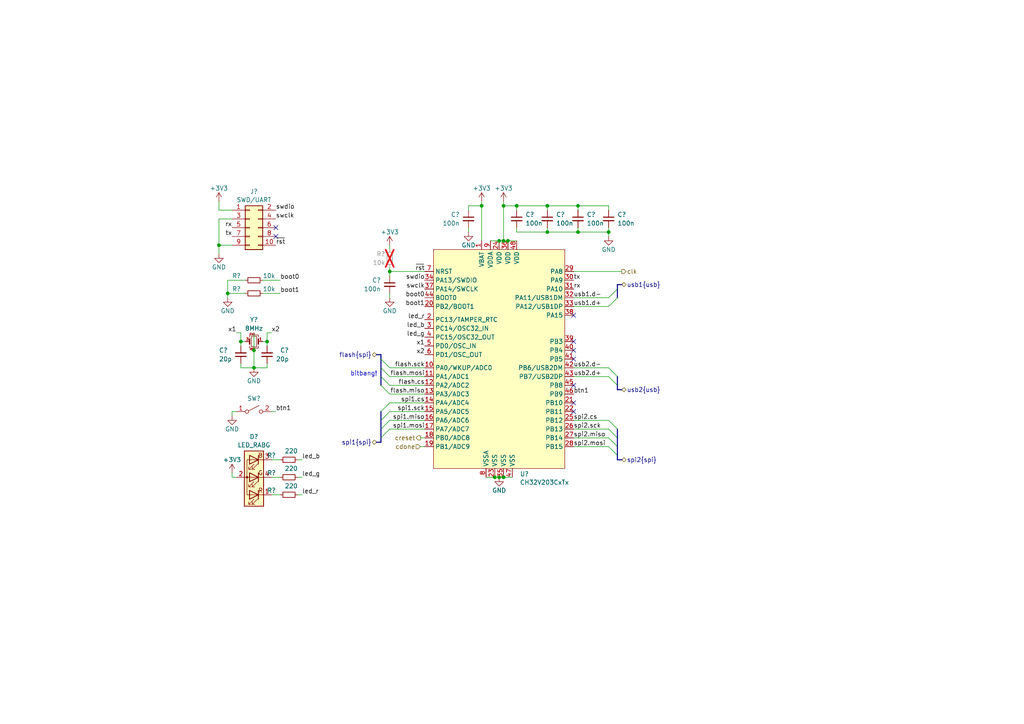
<source format=kicad_sch>
(kicad_sch (version 20230121) (generator eeschema)
  (paper "A4")
  (lib_symbols
    (symbol "Connector_Generic:Conn_02x05_Odd_Even" (pin_names (offset 1.016) hide)
      (property "Reference" "J" (at 1.27 7.62 0))
      (property "Value" "Conn_02x05_Odd_Even" (at 1.27 -7.62 0))
      (symbol "Conn_02x05_Odd_Even_1_1"
        (rectangle (start -1.27 -4.953) (end 0 -5.207) (stroke (width 0.1524)))
        (rectangle (start -1.27 -2.413) (end 0 -2.667) (stroke (width 0.1524)))
        (rectangle (start -1.27 0.127) (end 0 -0.127) (stroke (width 0.1524)))
        (rectangle (start -1.27 2.667) (end 0 2.413) (stroke (width 0.1524)))
        (rectangle (start -1.27 5.207) (end 0 4.953) (stroke (width 0.1524)))
        (rectangle (start -1.27 6.35) (end 3.81 -6.35) (stroke (width 0.254)) (fill (type background)))
        (rectangle (start 3.81 -4.953) (end 2.54 -5.207) (stroke (width 0.1524)))
        (rectangle (start 3.81 -2.413) (end 2.54 -2.667) (stroke (width 0.1524)))
        (rectangle (start 3.81 0.127) (end 2.54 -0.127) (stroke (width 0.1524)))
        (rectangle (start 3.81 2.667) (end 2.54 2.413) (stroke (width 0.1524)))
        (rectangle (start 3.81 5.207) (end 2.54 4.953) (stroke (width 0.1524)))
        (pin passive line (at -5.08 5.08 0) (length 3.81) (name "Pin_1") (number "1"))
        (pin passive line (at 7.62 -5.08 180) (length 3.81) (name "Pin_10") (number "10"))
        (pin passive line (at 7.62 5.08 180) (length 3.81) (name "Pin_2") (number "2"))
        (pin passive line (at -5.08 2.54 0) (length 3.81) (name "Pin_3") (number "3"))
        (pin passive line (at 7.62 2.54 180) (length 3.81) (name "Pin_4") (number "4"))
        (pin passive line (at -5.08 0 0) (length 3.81) (name "Pin_5") (number "5"))
        (pin passive line (at 7.62 0 180) (length 3.81) (name "Pin_6") (number "6"))
        (pin passive line (at -5.08 -2.54 0) (length 3.81) (name "Pin_7") (number "7"))
        (pin passive line (at 7.62 -2.54 180) (length 3.81) (name "Pin_8") (number "8"))
        (pin passive line (at -5.08 -5.08 0) (length 3.81) (name "Pin_9") (number "9"))
      )
    )
    (symbol "Device:C_Small" (pin_numbers hide) (pin_names (offset 0.254) hide)
      (property "Reference" "C" (at 0.254 1.778 0))
      (property "Value" "C_Small" (at 0.254 -2.032 0))
      (symbol "C_Small_0_1"
        (polyline (pts (xy -1.524 -0.508) (xy 1.524 -0.508)) (stroke (width 0.3302)))
        (polyline (pts (xy -1.524 0.508) (xy 1.524 0.508)) (stroke (width 0.3048)))
      )
      (symbol "C_Small_1_1"
        (pin passive line (at 0 2.54 270) (length 2.032) (name "~") (number "1"))
        (pin passive line (at 0 -2.54 90) (length 2.032) (name "~") (number "2"))
      )
    )
    (symbol "Device:Crystal_GND24_Small" (pin_names (offset 1.016) hide)
      (property "Reference" "Y" (at 1.27 4.445 0))
      (property "Value" "Crystal_GND24_Small" (at 1.27 2.54 0))
      (symbol "Crystal_GND24_Small_0_1"
        (rectangle (start -0.762 -1.524) (end 0.762 1.524))
        (polyline (pts (xy -1.27 -0.762) (xy -1.27 0.762)) (stroke (width 0.381)))
        (polyline (pts (xy 1.27 -0.762) (xy 1.27 0.762)) (stroke (width 0.381)))
        (polyline (pts (xy -1.27 -1.27) (xy -1.27 -1.905) (xy 1.27 -1.905) (xy 1.27 -1.27)))
        (polyline (pts (xy -1.27 1.27) (xy -1.27 1.905) (xy 1.27 1.905) (xy 1.27 1.27)))
      )
      (symbol "Crystal_GND24_Small_1_1"
        (pin passive line (at -2.54 0 0) (length 1.27) (name "1") (number "1"))
        (pin passive line (at 0 -2.54 90) (length 0.635) (name "2") (number "2"))
        (pin passive line (at 2.54 0 180) (length 1.27) (name "3") (number "3"))
        (pin passive line (at 0 2.54 270) (length 0.635) (name "4") (number "4"))
      )
    )
    (symbol "Device:LED_RABG" (pin_names (offset 0) hide)
      (property "Reference" "D" (at 0 9.398 0))
      (property "Value" "LED_RABG" (at 0 -8.89 0))
      (symbol "LED_RABG_0_0"
        (text "B" (at -1.905 -6.35 0) (effects (font (size 1.27 1.27))))
        (text "G" (at -1.905 -1.27 0) (effects (font (size 1.27 1.27))))
        (text "R" (at -1.905 3.81 0) (effects (font (size 1.27 1.27))))
      )
      (symbol "LED_RABG_0_1"
        (polyline (pts (xy -1.27 -5.08) (xy -2.54 -5.08)))
        (polyline (pts (xy -1.27 -5.08) (xy 1.27 -5.08)))
        (polyline (pts (xy -1.27 -3.81) (xy -1.27 -6.35)) (stroke (width 0.254)))
        (polyline (pts (xy -1.27 0) (xy -2.54 0)))
        (polyline (pts (xy -1.27 1.27) (xy -1.27 -1.27)) (stroke (width 0.254)))
        (polyline (pts (xy -1.27 5.08) (xy -2.54 5.08)))
        (polyline (pts (xy -1.27 5.08) (xy 1.27 5.08)))
        (polyline (pts (xy -1.27 6.35) (xy -1.27 3.81)) (stroke (width 0.254)))
        (polyline (pts (xy 1.27 0) (xy -1.27 0)))
        (polyline (pts (xy 1.27 0) (xy 2.54 0)))
        (polyline (pts (xy -1.27 1.27) (xy -1.27 -1.27) (xy -1.27 -1.27)))
        (polyline (pts (xy -1.27 6.35) (xy -1.27 3.81) (xy -1.27 3.81)))
        (polyline (pts (xy 1.27 -5.08) (xy 2.032 -5.08) (xy 2.032 5.08) (xy 1.27 5.08)))
        (polyline (pts (xy 1.27 -3.81) (xy 1.27 -6.35) (xy -1.27 -5.08) (xy 1.27 -3.81)) (stroke (width 0.254)))
        (polyline (pts (xy 1.27 1.27) (xy 1.27 -1.27) (xy -1.27 0) (xy 1.27 1.27)) (stroke (width 0.254)))
        (polyline (pts (xy 1.27 6.35) (xy 1.27 3.81) (xy -1.27 5.08) (xy 1.27 6.35)) (stroke (width 0.254)))
        (polyline (pts (xy -1.016 -3.81) (xy 0.508 -2.286) (xy -0.254 -2.286) (xy 0.508 -2.286) (xy 0.508 -3.048)))
        (polyline (pts (xy -1.016 1.27) (xy 0.508 2.794) (xy -0.254 2.794) (xy 0.508 2.794) (xy 0.508 2.032)))
        (polyline (pts (xy -1.016 6.35) (xy 0.508 7.874) (xy -0.254 7.874) (xy 0.508 7.874) (xy 0.508 7.112)))
        (polyline (pts (xy 0 -3.81) (xy 1.524 -2.286) (xy 0.762 -2.286) (xy 1.524 -2.286) (xy 1.524 -3.048)))
        (polyline (pts (xy 0 1.27) (xy 1.524 2.794) (xy 0.762 2.794) (xy 1.524 2.794) (xy 1.524 2.032)))
        (polyline (pts (xy 0 6.35) (xy 1.524 7.874) (xy 0.762 7.874) (xy 1.524 7.874) (xy 1.524 7.112)))
        (rectangle (start 1.27 -1.27) (end 1.27 1.27))
        (rectangle (start 1.27 1.27) (end 1.27 1.27))
        (rectangle (start 1.27 3.81) (end 1.27 6.35))
        (rectangle (start 1.27 6.35) (end 1.27 6.35))
        (circle (center 2.032 0) (radius 0.254) (fill (type outline)))
        (rectangle (start 2.794 8.382) (end -2.794 -7.62) (stroke (width 0.254)) (fill (type background)))
      )
      (symbol "LED_RABG_1_1"
        (pin passive line (at -5.08 5.08 0) (length 2.54) (name "RK") (number "1"))
        (pin passive line (at 5.08 0 180) (length 2.54) (name "A") (number "2"))
        (pin passive line (at -5.08 -5.08 0) (length 2.54) (name "BK") (number "3"))
        (pin passive line (at -5.08 0 0) (length 2.54) (name "GK") (number "4"))
      )
    )
    (symbol "Device:R_Small" (pin_numbers hide) (pin_names (offset 0.254) hide)
      (property "Reference" "R" (at 0.762 0.508 0))
      (property "Value" "R_Small" (at 0.762 -1.016 0))
      (symbol "R_Small_0_1"
        (rectangle (start -0.762 1.778) (end 0.762 -1.778) (stroke (width 0.2032)))
      )
      (symbol "R_Small_1_1"
        (pin passive line (at 0 2.54 270) (length 0.762) (name "~") (number "1"))
        (pin passive line (at 0 -2.54 90) (length 0.762) (name "~") (number "2"))
      )
    )
    (symbol "Switch:SW_SPST" (pin_names (offset 0) hide)
      (property "Reference" "SW" (at 0 3.175 0))
      (property "Value" "SW_SPST" (at 0 -2.54 0))
      (symbol "SW_SPST_0_0"
        (circle (center -2.032 0) (radius 0.508))
        (polyline (pts (xy -1.524 0.254) (xy 1.524 1.778)))
        (circle (center 2.032 0) (radius 0.508))
      )
      (symbol "SW_SPST_1_1"
        (pin passive line (at -5.08 0 0) (length 2.54) (name "A") (number "1"))
        (pin passive line (at 5.08 0 180) (length 2.54) (name "B") (number "2"))
      )
    )
    (symbol "extraparts:CH32V203CxTx"
      (property "Reference" "U" (at 0 38.1 0))
      (property "Value" "CH32V203CxTx" (at 0 35.56 0))
      (symbol "CH32V203CxTx_1_1"
        (rectangle (start -19.05 31.75) (end 19.05 -31.75) (fill (type background)))
        (pin power_in line (at -5.08 34.29 270) (length 2.54) (name "VBAT") (number "1"))
        (pin bidirectional line (at -21.59 -2.54 0) (length 2.54) (name "PA0/WKUP/ADC0") (number "10"))
        (pin bidirectional line (at -21.59 -5.08 0) (length 2.54) (name "PA1/ADC1") (number "11"))
        (pin bidirectional line (at -21.59 -7.62 0) (length 2.54) (name "PA2/ADC2") (number "12"))
        (pin bidirectional line (at -21.59 -10.16 0) (length 2.54) (name "PA3/ADC3") (number "13"))
        (pin bidirectional line (at -21.59 -12.7 0) (length 2.54) (name "PA4/ADC4") (number "14"))
        (pin bidirectional line (at -21.59 -15.24 0) (length 2.54) (name "PA5/ADC5") (number "15"))
        (pin bidirectional line (at -21.59 -17.78 0) (length 2.54) (name "PA6/ADC6") (number "16"))
        (pin bidirectional line (at -21.59 -20.32 0) (length 2.54) (name "PA7/ADC7") (number "17"))
        (pin bidirectional line (at -21.59 -22.86 0) (length 2.54) (name "PB0/ADC8") (number "18"))
        (pin bidirectional line (at -21.59 -25.4 0) (length 2.54) (name "PB1/ADC9") (number "19"))
        (pin bidirectional line (at -21.59 11.43 0) (length 2.54) (name "PC13/TAMPER_RTC") (number "2"))
        (pin bidirectional line (at -21.59 15.24 0) (length 2.54) (name "PB2/BOOT1") (number "20"))
        (pin bidirectional line (at 21.59 -12.7 180) (length 2.54) (name "PB10") (number "21"))
        (pin bidirectional line (at 21.59 -15.24 180) (length 2.54) (name "PB11") (number "22"))
        (pin power_in line (at -1.27 -34.29 90) (length 2.54) (name "VSS") (number "23"))
        (pin power_in line (at 0 34.29 270) (length 2.54) (name "VDD") (number "24"))
        (pin bidirectional line (at 21.59 -17.78 180) (length 2.54) (name "PB12") (number "25"))
        (pin bidirectional line (at 21.59 -20.32 180) (length 2.54) (name "PB13") (number "26"))
        (pin bidirectional line (at 21.59 -22.86 180) (length 2.54) (name "PB14") (number "27"))
        (pin bidirectional line (at 21.59 -25.4 180) (length 2.54) (name "PB15") (number "28"))
        (pin bidirectional line (at 21.59 25.4 180) (length 2.54) (name "PA8") (number "29"))
        (pin bidirectional line (at -21.59 8.89 0) (length 2.54) (name "PC14/OSC32_IN") (number "3"))
        (pin bidirectional line (at 21.59 22.86 180) (length 2.54) (name "PA9") (number "30"))
        (pin bidirectional line (at 21.59 20.32 180) (length 2.54) (name "PA10") (number "31"))
        (pin bidirectional line (at 21.59 17.78 180) (length 2.54) (name "PA11/USB1DM") (number "32"))
        (pin bidirectional line (at 21.59 15.24 180) (length 2.54) (name "PA12/USB1DP") (number "33"))
        (pin bidirectional line (at -21.59 22.86 0) (length 2.54) (name "PA13/SWDIO") (number "34"))
        (pin power_in line (at 1.27 -34.29 90) (length 2.54) (name "VSS") (number "35"))
        (pin power_in line (at 2.54 34.29 270) (length 2.54) (name "VDD") (number "36"))
        (pin bidirectional line (at -21.59 20.32 0) (length 2.54) (name "PA14/SWCLK") (number "37"))
        (pin bidirectional line (at 21.59 12.7 180) (length 2.54) (name "PA15") (number "38"))
        (pin bidirectional line (at 21.59 5.08 180) (length 2.54) (name "PB3") (number "39"))
        (pin bidirectional line (at -21.59 6.35 0) (length 2.54) (name "PC15/OSC32_OUT") (number "4"))
        (pin bidirectional line (at 21.59 2.54 180) (length 2.54) (name "PB4") (number "40"))
        (pin bidirectional line (at 21.59 0 180) (length 2.54) (name "PB5") (number "41"))
        (pin bidirectional line (at 21.59 -2.54 180) (length 2.54) (name "PB6/USB2DM") (number "42"))
        (pin bidirectional line (at 21.59 -5.08 180) (length 2.54) (name "PB7/USB2DP") (number "43"))
        (pin input line (at -21.59 17.78 0) (length 2.54) (name "BOOT0") (number "44"))
        (pin bidirectional line (at 21.59 -7.62 180) (length 2.54) (name "PB8") (number "45"))
        (pin bidirectional line (at 21.59 -10.16 180) (length 2.54) (name "PB9") (number "46"))
        (pin power_in line (at 3.81 -34.29 90) (length 2.54) (name "VSS") (number "47"))
        (pin power_in line (at 5.08 34.29 270) (length 2.54) (name "VDD") (number "48"))
        (pin bidirectional line (at -21.59 3.81 0) (length 2.54) (name "PD0/OSC_IN") (number "5"))
        (pin bidirectional line (at -21.59 1.27 0) (length 2.54) (name "PD1/OSC_OUT") (number "6"))
        (pin input line (at -21.59 25.4 0) (length 2.54) (name "NRST") (number "7"))
        (pin power_in line (at -3.81 -34.29 90) (length 2.54) (name "VSSA") (number "8"))
        (pin power_in line (at -2.54 34.29 270) (length 2.54) (name "VDDA") (number "9"))
      )
    )
    (symbol "power:+3V3" (power) (pin_names (offset 0))
      (property "Value" "+3V3" (at 0 3.556 0))
      (symbol "+3V3_0_1"
        (polyline (pts (xy -0.762 1.27) (xy 0 2.54)))
        (polyline (pts (xy 0 0) (xy 0 2.54)))
        (polyline (pts (xy 0 2.54) (xy 0.762 1.27)))
      )
      (symbol "+3V3_1_1"
        (pin power_in line (at 0 0 90) (length 0) hide (name "+3V3") (number "1"))
      )
    )
    (symbol "power:GND" (power) (pin_names (offset 0))
      (property "Value" "GND" (at 0 -3.81 0))
      (symbol "GND_0_1"
        (polyline (pts (xy 0 0) (xy 0 -1.27) (xy 1.27 -1.27) (xy 0 -2.54) (xy -1.27 -1.27) (xy 0 -1.27)))
      )
      (symbol "GND_1_1"
        (pin power_in line (at 0 0 270) (length 0) hide (name "GND") (number "1"))
      )
    )
  )
  (junction (at 113.03 78.74))
  (junction (at 146.05 59.69))
  (junction (at 73.66 101.6))
  (junction (at 176.53 67.31))
  (junction (at 144.78 138.43))
  (junction (at 149.86 59.69))
  (junction (at 146.05 69.85))
  (junction (at 158.75 59.69))
  (junction (at 167.64 67.31))
  (junction (at 139.7 59.69))
  (junction (at 146.05 138.43))
  (junction (at 73.66 106.68))
  (junction (at 69.85 99.06))
  (junction (at 158.75 67.31))
  (junction (at 63.5 71.12))
  (junction (at 147.32 69.85))
  (junction (at 167.64 59.69))
  (junction (at 66.04 85.09))
  (junction (at 144.78 69.85))
  (junction (at 143.51 138.43))
  (junction (at 77.47 99.06))
  (no_connect (at 80.01 68.58))
  (no_connect (at 80.01 66.04))
  (no_connect (at 166.37 101.6))
  (no_connect (at 166.37 104.14))
  (no_connect (at 166.37 99.06))
  (no_connect (at 166.37 119.38))
  (no_connect (at 166.37 91.44))
  (no_connect (at 166.37 111.76))
  (no_connect (at 166.37 116.84))
  (bus_entry (at 110.49 111.76) (size 2.54 2.54))
  (bus_entry (at 110.49 124.46) (size 2.54 -2.54))
  (bus_entry (at 110.49 127) (size 2.54 -2.54))
  (bus_entry (at 110.49 119.38) (size 2.54 -2.54))
  (bus_entry (at 179.07 83.82) (size -2.54 2.54))
  (bus_entry (at 176.53 127) (size 2.54 2.54))
  (bus_entry (at 176.53 121.92) (size 2.54 2.54))
  (bus_entry (at 110.49 106.68) (size 2.54 2.54))
  (bus_entry (at 179.07 86.36) (size -2.54 2.54))
  (bus_entry (at 110.49 104.14) (size 2.54 2.54))
  (bus_entry (at 110.49 121.92) (size 2.54 -2.54))
  (bus_entry (at 176.53 129.54) (size 2.54 2.54))
  (bus_entry (at 176.53 106.68) (size 2.54 2.54))
  (bus_entry (at 176.53 109.22) (size 2.54 2.54))
  (bus_entry (at 110.49 109.22) (size 2.54 2.54))
  (bus_entry (at 176.53 124.46) (size 2.54 2.54))
  (wire (pts (xy 158.75 60.96) (xy 158.75 59.69)))
  (wire (pts (xy 66.04 85.09) (xy 71.12 85.09)))
  (wire (pts (xy 146.05 58.42) (xy 146.05 59.69)))
  (wire (pts (xy 69.85 100.33) (xy 69.85 99.06)))
  (wire (pts (xy 63.5 71.12) (xy 67.31 71.12)))
  (wire (pts (xy 176.53 59.69) (xy 176.53 60.96)))
  (bus (pts (xy 179.07 132.08) (xy 179.07 133.35)))
  (wire (pts (xy 167.64 66.04) (xy 167.64 67.31)))
  (wire (pts (xy 146.05 69.85) (xy 146.05 59.69)))
  (wire (pts (xy 113.03 111.76) (xy 123.19 111.76)))
  (wire (pts (xy 121.92 127) (xy 123.19 127)))
  (wire (pts (xy 167.64 67.31) (xy 176.53 67.31)))
  (wire (pts (xy 144.78 138.43) (xy 146.05 138.43)))
  (wire (pts (xy 66.04 85.09) (xy 66.04 81.28)))
  (bus (pts (xy 110.49 104.14) (xy 110.49 106.68)))
  (wire (pts (xy 149.86 66.04) (xy 149.86 67.31)))
  (bus (pts (xy 179.07 124.46) (xy 179.07 127)))
  (wire (pts (xy 86.36 133.35) (xy 87.63 133.35)))
  (wire (pts (xy 158.75 66.04) (xy 158.75 67.31)))
  (bus (pts (xy 179.07 111.76) (xy 179.07 113.03)))
  (wire (pts (xy 86.36 138.43) (xy 87.63 138.43)))
  (wire (pts (xy 142.24 69.85) (xy 144.78 69.85)))
  (bus (pts (xy 109.22 102.87) (xy 110.49 102.87)))
  (wire (pts (xy 139.7 58.42) (xy 139.7 59.69)))
  (wire (pts (xy 113.03 114.3) (xy 123.19 114.3)))
  (wire (pts (xy 69.85 106.68) (xy 69.85 105.41)))
  (wire (pts (xy 69.85 99.06) (xy 69.85 96.52)))
  (wire (pts (xy 63.5 71.12) (xy 63.5 63.5)))
  (wire (pts (xy 63.5 58.42) (xy 63.5 60.96)))
  (wire (pts (xy 73.66 106.68) (xy 69.85 106.68)))
  (bus (pts (xy 110.49 109.22) (xy 110.49 111.76)))
  (wire (pts (xy 63.5 73.66) (xy 63.5 71.12)))
  (wire (pts (xy 77.47 105.41) (xy 77.47 106.68)))
  (wire (pts (xy 176.53 67.31) (xy 176.53 66.04)))
  (wire (pts (xy 121.92 129.54) (xy 123.19 129.54)))
  (wire (pts (xy 143.51 138.43) (xy 144.78 138.43)))
  (wire (pts (xy 77.47 99.06) (xy 76.2 99.06)))
  (bus (pts (xy 179.07 82.55) (xy 180.34 82.55)))
  (wire (pts (xy 86.36 143.51) (xy 87.63 143.51)))
  (bus (pts (xy 110.49 124.46) (xy 110.49 127)))
  (wire (pts (xy 67.31 137.16) (xy 67.31 138.43)))
  (wire (pts (xy 158.75 59.69) (xy 167.64 59.69)))
  (wire (pts (xy 139.7 59.69) (xy 139.7 69.85)))
  (wire (pts (xy 113.03 121.92) (xy 123.19 121.92)))
  (wire (pts (xy 77.47 106.68) (xy 73.66 106.68)))
  (wire (pts (xy 149.86 60.96) (xy 149.86 59.69)))
  (wire (pts (xy 166.37 124.46) (xy 176.53 124.46)))
  (wire (pts (xy 166.37 109.22) (xy 176.53 109.22)))
  (wire (pts (xy 67.31 138.43) (xy 68.58 138.43)))
  (bus (pts (xy 110.49 121.92) (xy 110.49 124.46)))
  (wire (pts (xy 78.74 119.38) (xy 80.01 119.38)))
  (bus (pts (xy 110.49 102.87) (xy 110.49 104.14)))
  (bus (pts (xy 179.07 109.22) (xy 179.07 111.76)))
  (wire (pts (xy 166.37 78.74) (xy 180.34 78.74)))
  (wire (pts (xy 113.03 78.74) (xy 113.03 77.47)))
  (wire (pts (xy 149.86 59.69) (xy 158.75 59.69)))
  (wire (pts (xy 123.19 78.74) (xy 113.03 78.74)))
  (wire (pts (xy 77.47 99.06) (xy 77.47 96.52)))
  (wire (pts (xy 76.2 85.09) (xy 81.28 85.09)))
  (bus (pts (xy 110.49 119.38) (xy 110.49 121.92)))
  (wire (pts (xy 73.66 106.68) (xy 73.66 101.6)))
  (wire (pts (xy 73.66 101.6) (xy 73.66 96.52)))
  (wire (pts (xy 77.47 96.52) (xy 78.74 96.52)))
  (wire (pts (xy 113.03 85.09) (xy 113.03 86.36)))
  (wire (pts (xy 167.64 59.69) (xy 176.53 59.69)))
  (wire (pts (xy 63.5 63.5) (xy 67.31 63.5)))
  (wire (pts (xy 166.37 121.92) (xy 176.53 121.92)))
  (wire (pts (xy 166.37 106.68) (xy 176.53 106.68)))
  (wire (pts (xy 166.37 88.9) (xy 176.53 88.9)))
  (wire (pts (xy 66.04 81.28) (xy 71.12 81.28)))
  (wire (pts (xy 67.31 119.38) (xy 68.58 119.38)))
  (wire (pts (xy 135.89 66.04) (xy 135.89 67.31)))
  (bus (pts (xy 180.34 133.35) (xy 179.07 133.35)))
  (wire (pts (xy 76.2 81.28) (xy 81.28 81.28)))
  (wire (pts (xy 167.64 60.96) (xy 167.64 59.69)))
  (bus (pts (xy 179.07 129.54) (xy 179.07 132.08)))
  (wire (pts (xy 63.5 60.96) (xy 67.31 60.96)))
  (bus (pts (xy 109.22 128.27) (xy 110.49 128.27)))
  (bus (pts (xy 179.07 83.82) (xy 179.07 82.55)))
  (bus (pts (xy 110.49 127) (xy 110.49 128.27)))
  (wire (pts (xy 113.03 109.22) (xy 123.19 109.22)))
  (wire (pts (xy 78.74 138.43) (xy 81.28 138.43)))
  (bus (pts (xy 179.07 127) (xy 179.07 129.54)))
  (wire (pts (xy 113.03 71.12) (xy 113.03 72.39)))
  (wire (pts (xy 166.37 86.36) (xy 176.53 86.36)))
  (wire (pts (xy 78.74 133.35) (xy 81.28 133.35)))
  (bus (pts (xy 179.07 86.36) (xy 179.07 83.82)))
  (wire (pts (xy 135.89 60.96) (xy 135.89 59.69)))
  (wire (pts (xy 146.05 69.85) (xy 147.32 69.85)))
  (wire (pts (xy 67.31 120.65) (xy 67.31 119.38)))
  (wire (pts (xy 78.74 143.51) (xy 81.28 143.51)))
  (wire (pts (xy 144.78 69.85) (xy 146.05 69.85)))
  (wire (pts (xy 140.97 138.43) (xy 143.51 138.43)))
  (bus (pts (xy 180.34 113.03) (xy 179.07 113.03)))
  (wire (pts (xy 69.85 99.06) (xy 71.12 99.06)))
  (wire (pts (xy 166.37 129.54) (xy 176.53 129.54)))
  (wire (pts (xy 158.75 67.31) (xy 167.64 67.31)))
  (wire (pts (xy 113.03 119.38) (xy 123.19 119.38)))
  (wire (pts (xy 113.03 124.46) (xy 123.19 124.46)))
  (wire (pts (xy 113.03 116.84) (xy 123.19 116.84)))
  (wire (pts (xy 146.05 138.43) (xy 148.59 138.43)))
  (wire (pts (xy 135.89 59.69) (xy 139.7 59.69)))
  (wire (pts (xy 166.37 127) (xy 176.53 127)))
  (wire (pts (xy 146.05 59.69) (xy 149.86 59.69)))
  (wire (pts (xy 66.04 86.36) (xy 66.04 85.09)))
  (wire (pts (xy 68.58 96.52) (xy 69.85 96.52)))
  (wire (pts (xy 113.03 78.74) (xy 113.03 80.01)))
  (wire (pts (xy 176.53 67.31) (xy 176.53 68.58)))
  (bus (pts (xy 110.49 106.68) (xy 110.49 109.22)))
  (wire (pts (xy 77.47 100.33) (xy 77.47 99.06)))
  (wire (pts (xy 149.86 67.31) (xy 158.75 67.31)))
  (wire (pts (xy 113.03 106.68) (xy 123.19 106.68)))
  (wire (pts (xy 147.32 69.85) (xy 149.86 69.85)))
  (text "bitbang!" (at 101.6 109.22 0) (effects (font (size 1.27 1.27)) (justify left bottom)))
  (label "boot1" (at 81.28 85.09 0))
  (label "flash.sck" (at 123.19 106.68 180))
  (label "boot0" (at 81.28 81.28 0))
  (label "spi1.mosi" (at 123.19 124.46 180))
  (label "swclk" (at 123.19 83.82 180))
  (label "~{rst}" (at 123.19 78.74 180))
  (label "x1" (at 68.58 96.52 180))
  (label "btn1" (at 80.01 119.38 0))
  (label "x2" (at 123.19 102.87 180))
  (label "tx" (at 166.37 81.28 0))
  (label "spi2.miso" (at 166.37 127 0))
  (label "flash.miso" (at 123.19 114.3 180))
  (label "led_b" (at 123.19 95.25 180))
  (label "rx" (at 166.37 83.82 0))
  (label "~{rst}" (at 80.01 71.12 0))
  (label "usb1.d-" (at 166.37 86.36 0))
  (label "led_g" (at 87.63 138.43 0))
  (label "usb1.d+" (at 166.37 88.9 0))
  (label "btn1" (at 166.37 114.3 0))
  (label "spi2.sck" (at 166.37 124.46 0))
  (label "usb2.d+" (at 166.37 109.22 0))
  (label "swdio" (at 123.19 81.28 180))
  (label "flash.cs" (at 123.19 111.76 180))
  (label "led_r" (at 123.19 92.71 180))
  (label "spi1.sck" (at 123.19 119.38 180))
  (label "spi1.miso" (at 123.19 121.92 180))
  (label "swclk" (at 80.01 63.5 0))
  (label "spi2.cs" (at 166.37 121.92 0))
  (label "usb2.d-" (at 166.37 106.68 0))
  (label "led_b" (at 87.63 133.35 0))
  (label "swdio" (at 80.01 60.96 0))
  (label "flash.mosi" (at 123.19 109.22 180))
  (label "tx" (at 67.31 68.58 180))
  (label "x2" (at 78.74 96.52 0))
  (label "led_r" (at 87.63 143.51 0))
  (label "spi1.cs" (at 123.19 116.84 180))
  (label "x1" (at 123.19 100.33 180))
  (label "spi2.mosi" (at 166.37 129.54 0))
  (label "rx" (at 67.31 66.04 180))
  (label "boot0" (at 123.19 86.36 180))
  (label "boot1" (at 123.19 88.9 180))
  (label "led_g" (at 123.19 97.79 180))
  (hierarchical_label "clk" (shape output) (at 180.34 78.74 0))
  (hierarchical_label "flash{spi}" (shape bidirectional) (at 109.22 102.87 180))
  (hierarchical_label "creset" (shape output) (at 121.92 127 180))
  (hierarchical_label "usb1{usb}" (shape bidirectional) (at 180.34 82.55 0))
  (hierarchical_label "usb2{usb}" (shape bidirectional) (at 180.34 113.03 0))
  (hierarchical_label "cdone" (shape input) (at 121.92 129.54 180))
  (hierarchical_label "spi2{spi}" (shape bidirectional) (at 180.34 133.35 0))
  (hierarchical_label "spi1{spi}" (shape bidirectional) (at 109.22 128.27 180))
  (symbol (lib_id "Device:C_Small") (at 158.75 63.5 0) (unit 1)
    (property "Reference" "C?" (at 161.29 62.23 0) (effects (justify left)))
    (property "Value" "100n" (at 161.29 64.77 0) (effects (justify left)))
    (property "Footprint" "Capacitor_SMD:C_0402_1005Metric" (effects hide))
    (instances (project "rvice_adc" (path "" (reference "C?") (unit 1)) (path "" (reference "C23") (unit 1))))
  )
  (symbol (lib_id "Device:LED_RABG") (at 73.66 138.43 180) (unit 1)
    (property "Reference" "D?" (at 73.66 126.6657 0))
    (property "Value" "LED_RABG" (at 73.66 129.0899 0))
    (property "Footprint" "Resistor_SMD:R_Array_Convex_2x0606" (effects hide))
    (instances (project "rvice_adc" (path "" (reference "D?") (unit 1)) (path "" (reference "D1") (unit 1))))
  )
  (symbol (lib_id "Device:R_Small") (at 73.66 85.09 270) (mirror x) (unit 1)
    (property "Reference" "R?" (at 67.31 83.82 90) (effects (justify left)))
    (property "Value" "10k" (at 76.2 83.82 90) (effects (justify left)))
    (property "Footprint" "Resistor_SMD:R_0402_1005Metric" (effects hide))
    (instances (project "rvice_adc" (path "" (reference "R?") (unit 1)) (path "" (reference "R27") (unit 1))))
  )
  (symbol (lib_id "power:GND") (at 73.66 106.68 0) (unit 1)
    (property "Reference" "#PWR?" (effects hide))
    (property "Value" "GND" (at 73.66 110.49 0))
    (instances (project "rvice_adc" (path "" (reference "#PWR?") (unit 1)) (path "" (reference "#PWR043") (unit 1))))
  )
  (symbol (lib_id "Device:C_Small") (at 167.64 63.5 0) (unit 1)
    (property "Reference" "C?" (at 170.18 62.23 0) (effects (justify left)))
    (property "Value" "100n" (at 170.18 64.77 0) (effects (justify left)))
    (property "Footprint" "Capacitor_SMD:C_0402_1005Metric" (effects hide))
    (instances (project "rvice_adc" (path "" (reference "C?") (unit 1)) (path "" (reference "C24") (unit 1))))
  )
  (symbol (lib_id "Device:C_Small") (at 135.89 63.5 0) (mirror y) (unit 1)
    (property "Reference" "C?" (at 133.35 62.23 0) (effects (justify left)))
    (property "Value" "100n" (at 133.35 64.77 0) (effects (justify left)))
    (property "Footprint" "Capacitor_SMD:C_0402_1005Metric" (effects hide))
    (instances (project "rvice_adc" (path "" (reference "C?") (unit 1)) (path "" (reference "C21") (unit 1))))
  )
  (symbol (lib_id "power:GND") (at 66.04 86.36 0) (unit 1)
    (property "Reference" "#PWR?" (effects hide))
    (property "Value" "GND" (at 66.04 90.17 0))
    (instances (project "rvice_adc" (path "" (reference "#PWR?") (unit 1)) (path "" (reference "#PWR040") (unit 1))))
  )
  (symbol (lib_id "power:GND") (at 63.5 73.66 0) (unit 1)
    (property "Reference" "#PWR?" (effects hide))
    (property "Value" "GND" (at 63.5 77.47 0))
    (instances (project "rvice_adc" (path "" (reference "#PWR?") (unit 1)) (path "" (reference "#PWR039") (unit 1))))
  )
  (symbol (lib_id "Device:R_Small") (at 73.66 81.28 270) (mirror x) (unit 1)
    (property "Reference" "R?" (at 67.31 80.01 90) (effects (justify left)))
    (property "Value" "10k" (at 76.2 80.01 90) (effects (justify left)))
    (property "Footprint" "Resistor_SMD:R_0402_1005Metric" (effects hide))
    (instances (project "rvice_adc" (path "" (reference "R?") (unit 1)) (path "" (reference "R26") (unit 1))))
  )
  (symbol (lib_id "power:+3V3") (at 113.03 71.12 0) (unit 1)
    (property "Reference" "#PWR?" (effects hide))
    (property "Value" "+3V3" (at 113.03 67.31 0))
    (instances (project "rvice_adc" (path "" (reference "#PWR?") (unit 1)) (path "" (reference "#PWR044") (unit 1))))
  )
  (symbol (lib_id "Device:R_Small") (at 83.82 133.35 270) (mirror x) (unit 1)
    (property "Reference" "R?" (at 77.47 132.08 90) (effects (justify left)))
    (property "Value" "220" (at 82.55 130.81 90) (effects (justify left)))
    (property "Footprint" "Resistor_SMD:R_0402_1005Metric" (effects hide))
    (instances (project "rvice_adc" (path "" (reference "R?") (unit 1)) (path "" (reference "R28") (unit 1))))
  )
  (symbol (lib_id "Device:C_Small") (at 149.86 63.5 0) (unit 1)
    (property "Reference" "C?" (at 152.4 62.23 0) (effects (justify left)))
    (property "Value" "100n" (at 152.4 64.77 0) (effects (justify left)))
    (property "Footprint" "Capacitor_SMD:C_0402_1005Metric" (effects hide))
    (instances (project "rvice_adc" (path "" (reference "C?") (unit 1)) (path "" (reference "C22") (unit 1))))
  )
  (symbol (lib_id "Device:R_Small") (at 83.82 138.43 270) (mirror x) (unit 1)
    (property "Reference" "R?" (at 77.47 137.16 90) (effects (justify left)))
    (property "Value" "220" (at 82.55 135.89 90) (effects (justify left)))
    (property "Footprint" "Resistor_SMD:R_0402_1005Metric" (effects hide))
    (instances (project "rvice_adc" (path "" (reference "R?") (unit 1)) (path "" (reference "R29") (unit 1))))
  )
  (symbol (lib_id "power:+3V3") (at 67.31 137.16 0) (unit 1)
    (property "Reference" "#PWR?" (effects hide))
    (property "Value" "+3V3" (at 67.31 133.35 0))
    (instances (project "rvice_adc" (path "" (reference "#PWR?") (unit 1)) (path "" (reference "#PWR042") (unit 1))))
  )
  (symbol (lib_id "power:GND") (at 135.89 67.31 0) (unit 1)
    (property "Reference" "#PWR?" (effects hide))
    (property "Value" "GND" (at 135.89 71.12 0))
    (instances (project "rvice_adc" (path "" (reference "#PWR?") (unit 1)) (path "" (reference "#PWR046") (unit 1))))
  )
  (symbol (lib_id "power:+3V3") (at 139.7 58.42 0) (unit 1)
    (property "Reference" "#PWR?" (effects hide))
    (property "Value" "+3V3" (at 139.7 54.61 0))
    (instances (project "rvice_adc" (path "" (reference "#PWR?") (unit 1)) (path "" (reference "#PWR047") (unit 1))))
  )
  (symbol (lib_id "Device:R_Small") (at 113.03 74.93 0) (mirror y) (unit 1) (dnp yes)
    (property "Reference" "R?" (at 111.76 73.66 0) (effects (justify left)))
    (property "Value" "10k" (at 111.76 76.2 0) (effects (justify left)))
    (property "Footprint" "Resistor_SMD:R_0402_1005Metric" (effects hide))
    (instances (project "rvice_adc" (path "" (reference "R?") (unit 1)) (path "" (reference "R31") (unit 1))))
  )
  (symbol (lib_id "power:GND") (at 113.03 86.36 0) (unit 1)
    (property "Reference" "#PWR?" (effects hide))
    (property "Value" "GND" (at 113.03 90.17 0))
    (instances (project "rvice_adc" (path "" (reference "#PWR?") (unit 1)) (path "" (reference "#PWR045") (unit 1))))
  )
  (symbol (lib_id "Device:C_Small") (at 77.47 102.87 180) (unit 1)
    (property "Reference" "C?" (at 83.82 101.6 0) (effects (justify left)))
    (property "Value" "20p" (at 83.82 104.14 0) (effects (justify left)))
    (property "Footprint" "Capacitor_SMD:C_0402_1005Metric" (effects hide))
    (instances (project "rvice_adc" (path "" (reference "C?") (unit 1)) (path "" (reference "C19") (unit 1))))
  )
  (symbol (lib_id "power:GND") (at 176.53 68.58 0) (unit 1)
    (property "Reference" "#PWR?" (effects hide))
    (property "Value" "GND" (at 176.53 72.39 0))
    (instances (project "rvice_adc" (path "" (reference "#PWR?") (unit 1)) (path "" (reference "#PWR050") (unit 1))))
  )
  (symbol (lib_id "Device:Crystal_GND24_Small") (at 73.66 99.06 180) (unit 1)
    (property "Reference" "Y?" (at 73.66 92.71 0))
    (property "Value" "8MHz" (at 73.66 95.25 0))
    (property "Footprint" "Crystal:Crystal_SMD_3225-4Pin_3.2x2.5mm" (effects hide))
    (instances (project "rvice_adc" (path "" (reference "Y?") (unit 1)) (path "" (reference "Y1") (unit 1))))
  )
  (symbol (lib_id "extraparts:CH32V203CxTx") (at 144.78 104.14 0) (unit 1)
    (property "Reference" "U?" (at 150.7841 137.4831 0) (effects (justify left)))
    (property "Value" "CH32V203CxTx" (at 150.7841 139.9073 0) (effects (justify left)))
    (property "Footprint" "Package_QFP:LQFP-48_7x7mm_P0.5mm" (effects hide))
    (instances (project "rvice_adc" (path "" (reference "U?") (unit 1)) (path "" (reference "U4") (unit 1))))
  )
  (symbol (lib_id "power:+3V3") (at 63.5 58.42 0) (unit 1)
    (property "Reference" "#PWR?" (effects hide))
    (property "Value" "+3V3" (at 63.5 54.61 0))
    (instances (project "rvice_adc" (path "" (reference "#PWR?") (unit 1)) (path "" (reference "#PWR038") (unit 1))))
  )
  (symbol (lib_id "power:GND") (at 67.31 120.65 0) (unit 1)
    (property "Reference" "#PWR?" (effects hide))
    (property "Value" "GND" (at 67.31 124.46 0))
    (instances (project "rvice_adc" (path "" (reference "#PWR?") (unit 1)) (path "" (reference "#PWR041") (unit 1))))
  )
  (symbol (lib_id "Device:C_Small") (at 69.85 102.87 0) (mirror x) (unit 1)
    (property "Reference" "C?" (at 63.5 101.6 0) (effects (justify left)))
    (property "Value" "20p" (at 63.5 104.14 0) (effects (justify left)))
    (property "Footprint" "Capacitor_SMD:C_0402_1005Metric" (effects hide))
    (instances (project "rvice_adc" (path "" (reference "C?") (unit 1)) (path "" (reference "C18") (unit 1))))
  )
  (symbol (lib_id "Connector_Generic:Conn_02x05_Odd_Even") (at 72.39 66.04 0) (unit 1)
    (property "Reference" "J?" (at 73.66 55.5457 0))
    (property "Value" "SWD/UART" (at 73.66 57.9699 0))
    (property "Footprint" "extraparts:TC2050+Header" (effects hide))
    (instances (project "rvice_adc" (path "" (reference "J?") (unit 1)) (path "" (reference "J11") (unit 1))))
  )
  (symbol (lib_id "Device:C_Small") (at 113.03 82.55 0) (mirror y) (unit 1)
    (property "Reference" "C?" (at 110.49 81.28 0) (effects (justify left)))
    (property "Value" "100n" (at 110.49 83.82 0) (effects (justify left)))
    (property "Footprint" "Capacitor_SMD:C_0402_1005Metric" (effects hide))
    (instances (project "rvice_adc" (path "" (reference "C?") (unit 1)) (path "" (reference "C20") (unit 1))))
  )
  (symbol (lib_id "power:+3V3") (at 146.05 58.42 0) (unit 1)
    (property "Reference" "#PWR?" (effects hide))
    (property "Value" "+3V3" (at 146.05 54.61 0))
    (instances (project "rvice_adc" (path "" (reference "#PWR?") (unit 1)) (path "" (reference "#PWR049") (unit 1))))
  )
  (symbol (lib_id "Switch:SW_SPST") (at 73.66 119.38 0) (unit 1)
    (property "Reference" "SW?" (at 73.66 115.57 0))
    (property "Value" "btn1" (effects hide))
    (property "Footprint" "Button_Switch_SMD:SW_SPST_PTS810" (effects hide))
    (instances (project "rvice_adc" (path "" (reference "SW?") (unit 1)) (path "" (reference "SW1") (unit 1))))
  )
  (symbol (lib_id "Device:R_Small") (at 83.82 143.51 270) (mirror x) (unit 1)
    (property "Reference" "R?" (at 77.47 142.24 90) (effects (justify left)))
    (property "Value" "220" (at 82.55 140.97 90) (effects (justify left)))
    (property "Footprint" "Resistor_SMD:R_0402_1005Metric" (effects hide))
    (instances (project "rvice_adc" (path "" (reference "R?") (unit 1)) (path "" (reference "R30") (unit 1))))
  )
  (symbol (lib_id "power:GND") (at 144.78 138.43 0) (unit 1)
    (property "Reference" "#PWR?" (effects hide))
    (property "Value" "GND" (at 144.78 142.24 0))
    (instances (project "rvice_adc" (path "" (reference "#PWR?") (unit 1)) (path "" (reference "#PWR048") (unit 1))))
  )
  (symbol (lib_id "Device:C_Small") (at 176.53 63.5 0) (unit 1)
    (property "Reference" "C?" (at 179.07 62.23 0) (effects (justify left)))
    (property "Value" "100n" (at 179.07 64.77 0) (effects (justify left)))
    (property "Footprint" "Capacitor_SMD:C_0402_1005Metric" (effects hide))
    (instances (project "rvice_adc" (path "" (reference "C?") (unit 1)) (path "" (reference "C25") (unit 1))))
  )
)
</source>
